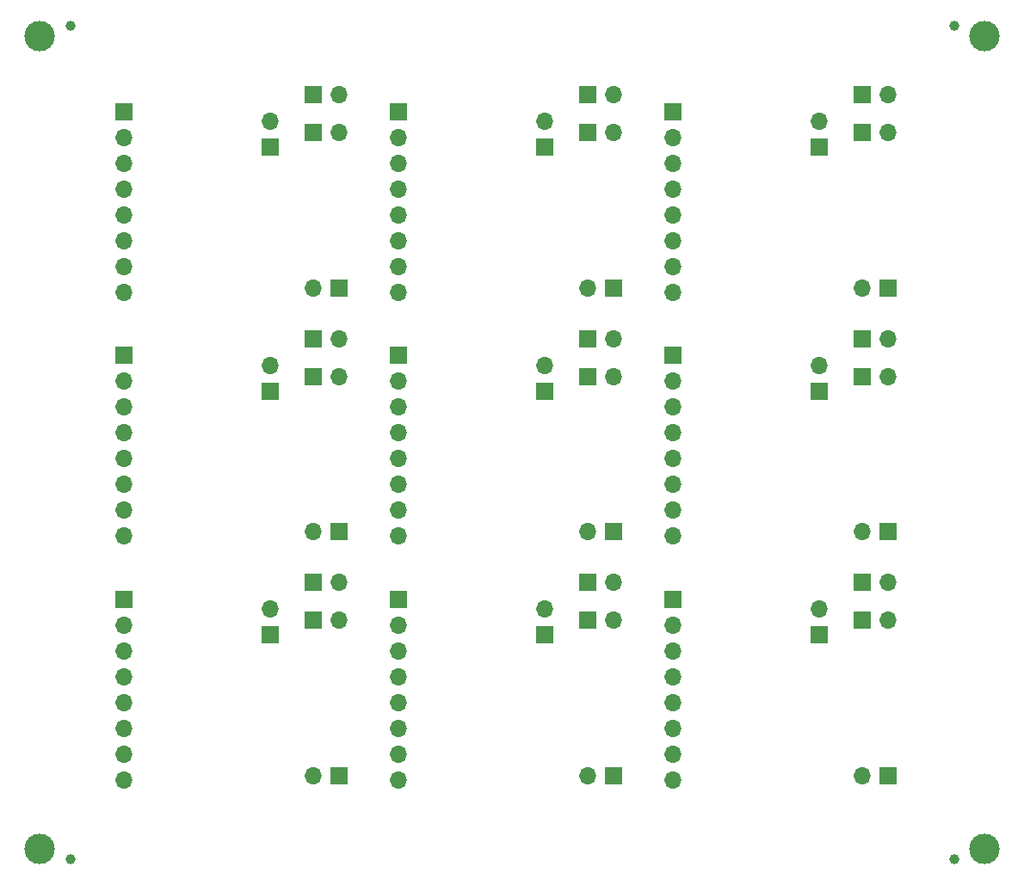
<source format=gbs>
G04 #@! TF.GenerationSoftware,KiCad,Pcbnew,6.0.11-2627ca5db0~126~ubuntu22.04.1*
G04 #@! TF.CreationDate,2023-02-05T22:47:26+11:00*
G04 #@! TF.ProjectId,panel,70616e65-6c2e-46b6-9963-61645f706362,rev?*
G04 #@! TF.SameCoordinates,Original*
G04 #@! TF.FileFunction,Soldermask,Bot*
G04 #@! TF.FilePolarity,Negative*
%FSLAX46Y46*%
G04 Gerber Fmt 4.6, Leading zero omitted, Abs format (unit mm)*
G04 Created by KiCad (PCBNEW 6.0.11-2627ca5db0~126~ubuntu22.04.1) date 2023-02-05 22:47:26*
%MOMM*%
%LPD*%
G01*
G04 APERTURE LIST*
%ADD10C,3.000000*%
%ADD11R,1.700000X1.700000*%
%ADD12O,1.700000X1.700000*%
%ADD13C,1.000000*%
G04 APERTURE END LIST*
D10*
X195000000Y-105000000D03*
D11*
X155960000Y-54770000D03*
D12*
X158500000Y-54770000D03*
D11*
X185480000Y-97800000D03*
D12*
X182940000Y-97800000D03*
D11*
X182960000Y-78770000D03*
D12*
X185500000Y-78770000D03*
D11*
X158480000Y-97800000D03*
D12*
X155940000Y-97800000D03*
D11*
X151725000Y-59960000D03*
D12*
X151725000Y-57420000D03*
D11*
X124725000Y-35960000D03*
D12*
X124725000Y-33420000D03*
D11*
X158480000Y-49800000D03*
D12*
X155940000Y-49800000D03*
D10*
X195000000Y-25000000D03*
D11*
X128925000Y-82500000D03*
D12*
X131465000Y-82500000D03*
D11*
X178725000Y-35960000D03*
D12*
X178725000Y-33420000D03*
D11*
X158480000Y-73800000D03*
D12*
X155940000Y-73800000D03*
D11*
X124725000Y-83960000D03*
D12*
X124725000Y-81420000D03*
D11*
X151725000Y-83960000D03*
D12*
X151725000Y-81420000D03*
D11*
X178725000Y-59960000D03*
D12*
X178725000Y-57420000D03*
D10*
X102000000Y-25000000D03*
D11*
X185480000Y-49800000D03*
D12*
X182940000Y-49800000D03*
D11*
X178725000Y-83960000D03*
D12*
X178725000Y-81420000D03*
D11*
X124725000Y-59960000D03*
D12*
X124725000Y-57420000D03*
D11*
X182925000Y-34500000D03*
D12*
X185465000Y-34500000D03*
D11*
X128960000Y-54770000D03*
D12*
X131500000Y-54770000D03*
D11*
X128960000Y-30770000D03*
D12*
X131500000Y-30770000D03*
D11*
X137300000Y-56455000D03*
D12*
X137300000Y-58995000D03*
X137300000Y-61535000D03*
X137300000Y-64075000D03*
X137300000Y-66615000D03*
X137300000Y-69155000D03*
X137300000Y-71695000D03*
X137300000Y-74235000D03*
D11*
X155960000Y-30770000D03*
D12*
X158500000Y-30770000D03*
D11*
X131480000Y-73800000D03*
D12*
X128940000Y-73800000D03*
D11*
X155925000Y-82500000D03*
D12*
X158465000Y-82500000D03*
D11*
X110300000Y-32455000D03*
D12*
X110300000Y-34995000D03*
X110300000Y-37535000D03*
X110300000Y-40075000D03*
X110300000Y-42615000D03*
X110300000Y-45155000D03*
X110300000Y-47695000D03*
X110300000Y-50235000D03*
D11*
X110300000Y-80455000D03*
D12*
X110300000Y-82995000D03*
X110300000Y-85535000D03*
X110300000Y-88075000D03*
X110300000Y-90615000D03*
X110300000Y-93155000D03*
X110300000Y-95695000D03*
X110300000Y-98235000D03*
D11*
X185480000Y-73800000D03*
D12*
X182940000Y-73800000D03*
D11*
X131480000Y-97800000D03*
D12*
X128940000Y-97800000D03*
D11*
X137300000Y-32455000D03*
D12*
X137300000Y-34995000D03*
X137300000Y-37535000D03*
X137300000Y-40075000D03*
X137300000Y-42615000D03*
X137300000Y-45155000D03*
X137300000Y-47695000D03*
X137300000Y-50235000D03*
D11*
X155925000Y-34500000D03*
D12*
X158465000Y-34500000D03*
D11*
X110300000Y-56455000D03*
D12*
X110300000Y-58995000D03*
X110300000Y-61535000D03*
X110300000Y-64075000D03*
X110300000Y-66615000D03*
X110300000Y-69155000D03*
X110300000Y-71695000D03*
X110300000Y-74235000D03*
D11*
X182960000Y-54770000D03*
D12*
X185500000Y-54770000D03*
D11*
X182925000Y-58500000D03*
D12*
X185465000Y-58500000D03*
D11*
X155960000Y-78770000D03*
D12*
X158500000Y-78770000D03*
D11*
X128925000Y-58500000D03*
D12*
X131465000Y-58500000D03*
D10*
X102000000Y-105000000D03*
D11*
X164300000Y-56455000D03*
D12*
X164300000Y-58995000D03*
X164300000Y-61535000D03*
X164300000Y-64075000D03*
X164300000Y-66615000D03*
X164300000Y-69155000D03*
X164300000Y-71695000D03*
X164300000Y-74235000D03*
D11*
X182925000Y-82500000D03*
D12*
X185465000Y-82500000D03*
D11*
X128960000Y-78770000D03*
D12*
X131500000Y-78770000D03*
D11*
X151725000Y-35960000D03*
D12*
X151725000Y-33420000D03*
D11*
X155925000Y-58500000D03*
D12*
X158465000Y-58500000D03*
D11*
X128925000Y-34500000D03*
D12*
X131465000Y-34500000D03*
D11*
X137300000Y-80455000D03*
D12*
X137300000Y-82995000D03*
X137300000Y-85535000D03*
X137300000Y-88075000D03*
X137300000Y-90615000D03*
X137300000Y-93155000D03*
X137300000Y-95695000D03*
X137300000Y-98235000D03*
D11*
X164300000Y-32455000D03*
D12*
X164300000Y-34995000D03*
X164300000Y-37535000D03*
X164300000Y-40075000D03*
X164300000Y-42615000D03*
X164300000Y-45155000D03*
X164300000Y-47695000D03*
X164300000Y-50235000D03*
D11*
X182960000Y-30770000D03*
D12*
X185500000Y-30770000D03*
D11*
X131480000Y-49800000D03*
D12*
X128940000Y-49800000D03*
D11*
X164300000Y-80455000D03*
D12*
X164300000Y-82995000D03*
X164300000Y-85535000D03*
X164300000Y-88075000D03*
X164300000Y-90615000D03*
X164300000Y-93155000D03*
X164300000Y-95695000D03*
X164300000Y-98235000D03*
D13*
X192000000Y-24000000D03*
X105000000Y-24000000D03*
X192000000Y-106000000D03*
X105000000Y-106000000D03*
M02*

</source>
